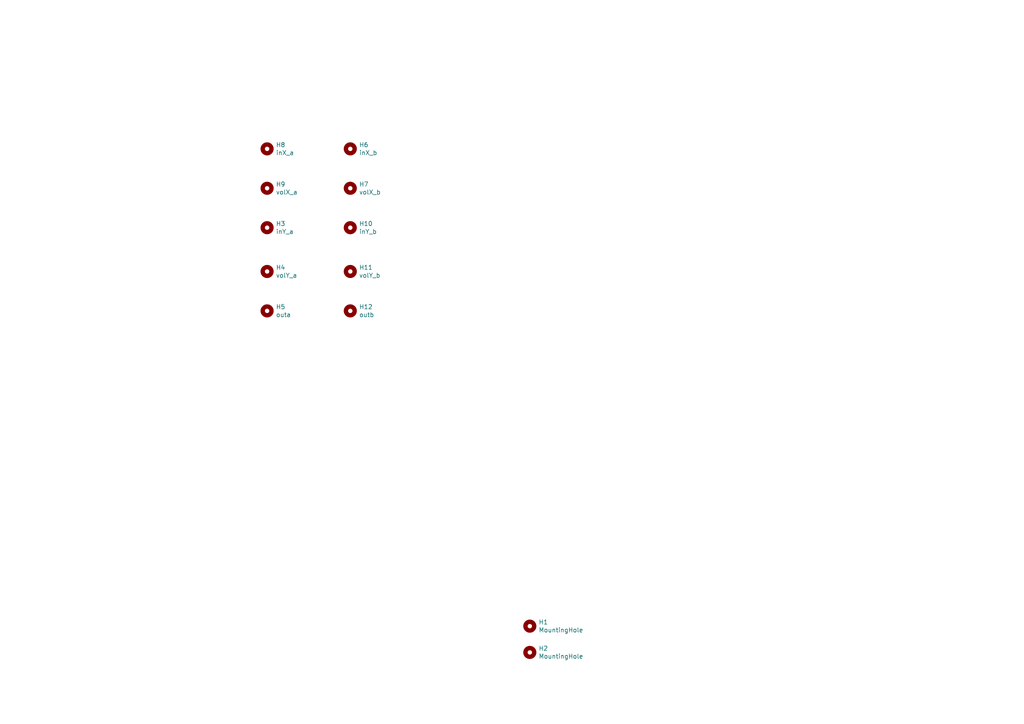
<source format=kicad_sch>
(kicad_sch (version 20231120) (generator "eeschema") (generator_version "8.0")
  (paper "A4")
  (title_block (title "produkt") (date "2021-08-01") (rev "R02") (comment 1 "schema for panel") (comment 2 "vca and ringmodulator") (comment 4 "License CC BY 4.0 - Attribution 4.0 International"))
  (lib_symbols
    (symbol "Mechanical:MountingHole" (pin_names (offset 1.016))
      (property "Reference" "H" (at 0 5.08 0))
      (property "Value" "MountingHole" (at 0 3.175 0))
      (symbol "MountingHole_0_1"
        (circle (center 0 0) (radius 1.27) (stroke (width 1.27)))
      )
    )
  )
  (symbol (lib_id "Mechanical:MountingHole") (at 77.47 54.61 0) (unit 1)
    (property "Reference" "H9" (at 80.01 53.4416 0) (effects (justify left)))
    (property "Value" "volX_a" (at 80.01 55.753 0) (effects (justify left)))
    (property "Footprint" "elektrophon:panel_potentiometer" (effects (hide yes)))
  )
  (symbol (lib_id "Mechanical:MountingHole") (at 77.47 43.18 0) (unit 1)
    (property "Reference" "H8" (at 80.01 42.0116 0) (effects (justify left)))
    (property "Value" "inX_a" (at 80.01 44.323 0) (effects (justify left)))
    (property "Footprint" "elektrophon:panel_jack" (effects (hide yes)))
  )
  (symbol (lib_id "Mechanical:MountingHole") (at 77.47 90.17 0) (unit 1)
    (property "Reference" "H5" (at 80.01 89.0016 0) (effects (justify left)))
    (property "Value" "outa" (at 80.01 91.313 0) (effects (justify left)))
    (property "Footprint" "elektrophon:panel_jack" (effects (hide yes)))
  )
  (symbol (lib_id "Mechanical:MountingHole") (at 77.47 78.74 0) (unit 1)
    (property "Reference" "H4" (at 80.01 77.5716 0) (effects (justify left)))
    (property "Value" "volY_a" (at 80.01 79.883 0) (effects (justify left)))
    (property "Footprint" "elektrophon:panel_potentiometer" (effects (hide yes)))
  )
  (symbol (lib_id "Mechanical:MountingHole") (at 77.47 66.04 0) (unit 1)
    (property "Reference" "H3" (at 80.01 64.8716 0) (effects (justify left)))
    (property "Value" "inY_a" (at 80.01 67.183 0) (effects (justify left)))
    (property "Footprint" "elektrophon:panel_jack" (effects (hide yes)))
  )
  (symbol (lib_id "Mechanical:MountingHole") (at 153.67 181.61 0) (unit 1)
    (property "Reference" "H1" (at 156.21 180.4416 0) (effects (justify left)))
    (property "Value" "MountingHole" (at 156.21 182.753 0) (effects (justify left)))
    (property "Footprint" "elektrophon:MountingHole_Panel_3.2mm_M3" (effects (hide yes)))
  )
  (symbol (lib_id "Mechanical:MountingHole") (at 153.67 189.23 0) (unit 1)
    (property "Reference" "H2" (at 156.21 188.0616 0) (effects (justify left)))
    (property "Value" "MountingHole" (at 156.21 190.373 0) (effects (justify left)))
    (property "Footprint" "elektrophon:MountingHole_Panel_3.2mm_M3" (effects (hide yes)))
  )
  (symbol (lib_id "Mechanical:MountingHole") (at 101.6 54.61 0) (unit 1)
    (property "Reference" "H7" (at 104.14 53.4416 0) (effects (justify left)))
    (property "Value" "volX_b" (at 104.14 55.753 0) (effects (justify left)))
    (property "Footprint" "elektrophon:panel_potentiometer" (effects (hide yes)))
  )
  (symbol (lib_id "Mechanical:MountingHole") (at 101.6 43.18 0) (unit 1)
    (property "Reference" "H6" (at 104.14 42.0116 0) (effects (justify left)))
    (property "Value" "inX_b" (at 104.14 44.323 0) (effects (justify left)))
    (property "Footprint" "elektrophon:panel_jack" (effects (hide yes)))
  )
  (symbol (lib_id "Mechanical:MountingHole") (at 101.6 90.17 0) (unit 1)
    (property "Reference" "H12" (at 104.14 89.0016 0) (effects (justify left)))
    (property "Value" "outb" (at 104.14 91.313 0) (effects (justify left)))
    (property "Footprint" "elektrophon:panel_jack" (effects (hide yes)))
  )
  (symbol (lib_id "Mechanical:MountingHole") (at 101.6 78.74 0) (unit 1)
    (property "Reference" "H11" (at 104.14 77.5716 0) (effects (justify left)))
    (property "Value" "volY_b" (at 104.14 79.883 0) (effects (justify left)))
    (property "Footprint" "elektrophon:panel_potentiometer" (effects (hide yes)))
  )
  (symbol (lib_id "Mechanical:MountingHole") (at 101.6 66.04 0) (unit 1)
    (property "Reference" "H10" (at 104.14 64.8716 0) (effects (justify left)))
    (property "Value" "inY_b" (at 104.14 67.183 0) (effects (justify left)))
    (property "Footprint" "elektrophon:panel_jack" (effects (hide yes)))
  )
)
</source>
